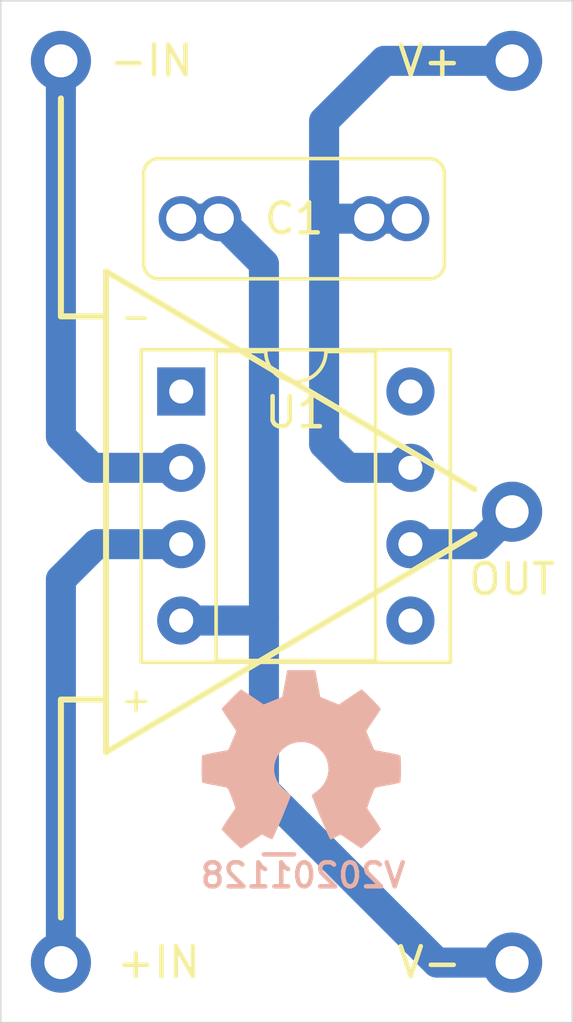
<source format=kicad_pcb>
(kicad_pcb (version 20171130) (host pcbnew 5.1.8-db9833491~87~ubuntu20.04.1)

  (general
    (thickness 1.6)
    (drawings 13)
    (tracks 27)
    (zones 0)
    (modules 9)
    (nets 9)
  )

  (page A4)
  (layers
    (0 F.Cu signal)
    (31 B.Cu signal)
    (32 B.Adhes user)
    (33 F.Adhes user)
    (34 B.Paste user)
    (35 F.Paste user)
    (36 B.SilkS user)
    (37 F.SilkS user)
    (38 B.Mask user)
    (39 F.Mask user)
    (40 Dwgs.User user)
    (41 Cmts.User user)
    (42 Eco1.User user)
    (43 Eco2.User user)
    (44 Edge.Cuts user)
    (45 Margin user)
    (46 B.CrtYd user)
    (47 F.CrtYd user)
    (48 B.Fab user)
    (49 F.Fab user)
  )

  (setup
    (last_trace_width 0.25)
    (user_trace_width 0.2)
    (user_trace_width 0.3)
    (user_trace_width 0.4)
    (user_trace_width 0.6)
    (user_trace_width 0.8)
    (user_trace_width 1)
    (user_trace_width 1.2)
    (user_trace_width 1.4)
    (user_trace_width 1.6)
    (user_trace_width 2)
    (trace_clearance 0.2)
    (zone_clearance 0.508)
    (zone_45_only no)
    (trace_min 0.1524)
    (via_size 0.8)
    (via_drill 0.4)
    (via_min_size 0.381)
    (via_min_drill 0.254)
    (user_via 0.4 0.254)
    (user_via 0.5 0.3)
    (user_via 0.6 0.4)
    (user_via 0.8 0.6)
    (user_via 1.1 0.8)
    (user_via 1.3 1)
    (user_via 1.5 1.2)
    (user_via 1.7 1.4)
    (user_via 1.9 1.6)
    (user_via 2.5 2)
    (uvia_size 0.3)
    (uvia_drill 0.1)
    (uvias_allowed no)
    (uvia_min_size 0.2)
    (uvia_min_drill 0.1)
    (edge_width 0.05)
    (segment_width 0.2)
    (pcb_text_width 0.3)
    (pcb_text_size 1.5 1.5)
    (mod_edge_width 0.2)
    (mod_text_size 0.8 0.8)
    (mod_text_width 0.12)
    (pad_size 1.524 1.524)
    (pad_drill 0.762)
    (pad_to_mask_clearance 0.0762)
    (solder_mask_min_width 0.1016)
    (pad_to_paste_clearance_ratio -0.1)
    (aux_axis_origin 0 0)
    (visible_elements FFFFFF7F)
    (pcbplotparams
      (layerselection 0x010fc_ffffffff)
      (usegerberextensions false)
      (usegerberattributes true)
      (usegerberadvancedattributes true)
      (creategerberjobfile true)
      (excludeedgelayer true)
      (linewidth 0.100000)
      (plotframeref false)
      (viasonmask false)
      (mode 1)
      (useauxorigin false)
      (hpglpennumber 1)
      (hpglpenspeed 20)
      (hpglpendiameter 15.000000)
      (psnegative false)
      (psa4output false)
      (plotreference true)
      (plotvalue true)
      (plotinvisibletext false)
      (padsonsilk false)
      (subtractmaskfromsilk false)
      (outputformat 1)
      (mirror false)
      (drillshape 1)
      (scaleselection 1)
      (outputdirectory ""))
  )

  (net 0 "")
  (net 1 "Net-(J1-Pad1)")
  (net 2 /V-)
  (net 3 "Net-(J3-Pad1)")
  (net 4 "Net-(J5-Pad1)")
  (net 5 /V+)
  (net 6 "Net-(U1-Pad8)")
  (net 7 "Net-(U1-Pad5)")
  (net 8 "Net-(U1-Pad1)")

  (net_class Default "This is the default net class."
    (clearance 0.2)
    (trace_width 0.25)
    (via_dia 0.8)
    (via_drill 0.4)
    (uvia_dia 0.3)
    (uvia_drill 0.1)
    (add_net /V+)
    (add_net /V-)
    (add_net "Net-(J1-Pad1)")
    (add_net "Net-(J3-Pad1)")
    (add_net "Net-(J5-Pad1)")
    (add_net "Net-(U1-Pad1)")
    (add_net "Net-(U1-Pad5)")
    (add_net "Net-(U1-Pad8)")
  )

  (module SquantorRcl:C-050_075-040X100 (layer F.Cu) (tedit 5FBEDBB2) (tstamp 5FC01940)
    (at 149.75 68.25)
    (descr "Through hole Film capacitor multipitch 5.0mm and 7.5mm size 4.0 by 10.0mm")
    (tags "Film capacitor multipitch")
    (path /5FC09FCB)
    (fp_text reference C1 (at 0 0) (layer F.SilkS)
      (effects (font (size 1 1) (thickness 0.15)))
    )
    (fp_text value 100n (at 0 0) (layer F.Fab)
      (effects (font (size 1 1) (thickness 0.15)))
    )
    (fp_line (start -4.5 2) (end 4.5 2) (layer F.SilkS) (width 0.12))
    (fp_line (start 5 1.5) (end 5 -1.5) (layer F.SilkS) (width 0.12))
    (fp_line (start 4.5 -2) (end -4.5 -2) (layer F.SilkS) (width 0.12))
    (fp_line (start -5 -1.5) (end -5 1.5) (layer F.SilkS) (width 0.12))
    (fp_line (start -5.5 -2.5) (end -5.5 2.5) (layer F.CrtYd) (width 0.025))
    (fp_line (start -5.5 2.5) (end 5.5 2.5) (layer F.CrtYd) (width 0.025))
    (fp_line (start 5.5 2.5) (end 5.5 -2.5) (layer F.CrtYd) (width 0.025))
    (fp_line (start 5.5 -2.5) (end -5.5 -2.5) (layer F.CrtYd) (width 0.025))
    (fp_arc (start -4.5 -1.5) (end -4.5 -2) (angle -90) (layer F.SilkS) (width 0.12))
    (fp_arc (start 4.5 -1.5) (end 5 -1.5) (angle -90) (layer F.SilkS) (width 0.12))
    (fp_arc (start 4.5 1.5) (end 4.5 2) (angle -90) (layer F.SilkS) (width 0.12))
    (fp_arc (start -4.5 1.5) (end -5 1.5) (angle -90) (layer F.SilkS) (width 0.12))
    (pad 2 thru_hole circle (at 3.75 0) (size 1.5 1.5) (drill 1) (layers *.Cu *.Mask)
      (net 5 /V+))
    (pad 2 thru_hole circle (at 2.5 0) (size 1.5 1.5) (drill 1) (layers *.Cu *.Mask)
      (net 5 /V+))
    (pad 1 thru_hole circle (at -3.75 0) (size 1.5 1.5) (drill 1) (layers *.Cu *.Mask)
      (net 2 /V-))
    (pad 1 thru_hole circle (at -2.5 0) (size 1.5 1.5) (drill 1) (layers *.Cu *.Mask)
      (net 2 /V-))
    (model ${KISYS3DMOD}/Capacitor_THT.3dshapes/C_Rect_L10.0mm_W4.0mm_P7.50mm_FKS3_FKP3.step
      (offset (xyz -3.75 0 0))
      (scale (xyz 1 1 1))
      (rotate (xyz 0 0 0))
    )
    (model ${KISYS3DMOD}/Capacitor_THT.3dshapes/C_Rect_L7.2mm_W3.5mm_P5.00mm_FKS2_FKP2_MKS2_MKP2.step
      (offset (xyz -2.5 0 0))
      (scale (xyz 1 1 1))
      (rotate (xyz 0 0 0))
    )
  )

  (module Package_DIP:DIP-8_W7.62mm_Socket (layer F.Cu) (tedit 5A02E8C5) (tstamp 5FC0198E)
    (at 146 74)
    (descr "8-lead though-hole mounted DIP package, row spacing 7.62 mm (300 mils), Socket")
    (tags "THT DIP DIL PDIP 2.54mm 7.62mm 300mil Socket")
    (path /5FC03548)
    (fp_text reference U1 (at 3.8 0.7) (layer F.SilkS)
      (effects (font (size 1 1) (thickness 0.15)))
    )
    (fp_text value opamp_single_8pin (at 3.81 3.7) (layer F.Fab)
      (effects (font (size 1 1) (thickness 0.15)))
    )
    (fp_line (start 9.15 -1.6) (end -1.55 -1.6) (layer F.CrtYd) (width 0.05))
    (fp_line (start 9.15 9.2) (end 9.15 -1.6) (layer F.CrtYd) (width 0.05))
    (fp_line (start -1.55 9.2) (end 9.15 9.2) (layer F.CrtYd) (width 0.05))
    (fp_line (start -1.55 -1.6) (end -1.55 9.2) (layer F.CrtYd) (width 0.05))
    (fp_line (start 8.95 -1.39) (end -1.33 -1.39) (layer F.SilkS) (width 0.12))
    (fp_line (start 8.95 9.01) (end 8.95 -1.39) (layer F.SilkS) (width 0.12))
    (fp_line (start -1.33 9.01) (end 8.95 9.01) (layer F.SilkS) (width 0.12))
    (fp_line (start -1.33 -1.39) (end -1.33 9.01) (layer F.SilkS) (width 0.12))
    (fp_line (start 6.46 -1.33) (end 4.81 -1.33) (layer F.SilkS) (width 0.12))
    (fp_line (start 6.46 8.95) (end 6.46 -1.33) (layer F.SilkS) (width 0.12))
    (fp_line (start 1.16 8.95) (end 6.46 8.95) (layer F.SilkS) (width 0.12))
    (fp_line (start 1.16 -1.33) (end 1.16 8.95) (layer F.SilkS) (width 0.12))
    (fp_line (start 2.81 -1.33) (end 1.16 -1.33) (layer F.SilkS) (width 0.12))
    (fp_line (start 8.89 -1.33) (end -1.27 -1.33) (layer F.Fab) (width 0.1))
    (fp_line (start 8.89 8.95) (end 8.89 -1.33) (layer F.Fab) (width 0.1))
    (fp_line (start -1.27 8.95) (end 8.89 8.95) (layer F.Fab) (width 0.1))
    (fp_line (start -1.27 -1.33) (end -1.27 8.95) (layer F.Fab) (width 0.1))
    (fp_line (start 0.635 -0.27) (end 1.635 -1.27) (layer F.Fab) (width 0.1))
    (fp_line (start 0.635 8.89) (end 0.635 -0.27) (layer F.Fab) (width 0.1))
    (fp_line (start 6.985 8.89) (end 0.635 8.89) (layer F.Fab) (width 0.1))
    (fp_line (start 6.985 -1.27) (end 6.985 8.89) (layer F.Fab) (width 0.1))
    (fp_line (start 1.635 -1.27) (end 6.985 -1.27) (layer F.Fab) (width 0.1))
    (fp_text user %R (at 3.81 3.81) (layer F.Fab)
      (effects (font (size 1 1) (thickness 0.15)))
    )
    (fp_arc (start 3.81 -1.33) (end 2.81 -1.33) (angle -180) (layer F.SilkS) (width 0.12))
    (pad 8 thru_hole oval (at 7.62 0) (size 1.6 1.6) (drill 0.8) (layers *.Cu *.Mask)
      (net 6 "Net-(U1-Pad8)"))
    (pad 4 thru_hole oval (at 0 7.62) (size 1.6 1.6) (drill 0.8) (layers *.Cu *.Mask)
      (net 2 /V-))
    (pad 7 thru_hole oval (at 7.62 2.54) (size 1.6 1.6) (drill 0.8) (layers *.Cu *.Mask)
      (net 5 /V+))
    (pad 3 thru_hole oval (at 0 5.08) (size 1.6 1.6) (drill 0.8) (layers *.Cu *.Mask)
      (net 3 "Net-(J3-Pad1)"))
    (pad 6 thru_hole oval (at 7.62 5.08) (size 1.6 1.6) (drill 0.8) (layers *.Cu *.Mask)
      (net 4 "Net-(J5-Pad1)"))
    (pad 2 thru_hole oval (at 0 2.54) (size 1.6 1.6) (drill 0.8) (layers *.Cu *.Mask)
      (net 1 "Net-(J1-Pad1)"))
    (pad 5 thru_hole oval (at 7.62 7.62) (size 1.6 1.6) (drill 0.8) (layers *.Cu *.Mask)
      (net 7 "Net-(U1-Pad5)"))
    (pad 1 thru_hole rect (at 0 0) (size 1.6 1.6) (drill 0.8) (layers *.Cu *.Mask)
      (net 8 "Net-(U1-Pad1)"))
    (model ${KISYS3DMOD}/Package_DIP.3dshapes/DIP-8_W7.62mm_Socket.wrl
      (at (xyz 0 0 0))
      (scale (xyz 1 1 1))
      (rotate (xyz 0 0 0))
    )
  )

  (module mill-max:PC_pin_nail_head_6092 locked (layer F.Cu) (tedit 5FB583BD) (tstamp 5FB6EAD7)
    (at 157 63)
    (path /5FB6F255)
    (fp_text reference J6 (at -3 0) (layer F.Fab)
      (effects (font (size 1 1) (thickness 0.15)))
    )
    (fp_text value V+ (at -2.75 0) (layer F.SilkS)
      (effects (font (size 1 1) (thickness 0.15)))
    )
    (fp_circle (center 0 0) (end 1.3 0) (layer B.CrtYd) (width 0.025))
    (fp_circle (center 0 0) (end 1.3 0) (layer F.CrtYd) (width 0.025))
    (pad 1 thru_hole circle (at 0 0) (size 2 2) (drill 1.1) (layers *.Cu *.Mask)
      (net 5 /V+))
  )

  (module mill-max:PC_pin_nail_head_6092 locked (layer F.Cu) (tedit 5FB583BD) (tstamp 5FB6EAD0)
    (at 157 78)
    (path /5FB6ECA4)
    (fp_text reference J5 (at 0 2.25) (layer F.Fab)
      (effects (font (size 1 1) (thickness 0.15)))
    )
    (fp_text value OUT (at 0 2.25) (layer F.SilkS)
      (effects (font (size 1 1) (thickness 0.15)))
    )
    (fp_circle (center 0 0) (end 1.3 0) (layer B.CrtYd) (width 0.025))
    (fp_circle (center 0 0) (end 1.3 0) (layer F.CrtYd) (width 0.025))
    (pad 1 thru_hole circle (at 0 0) (size 2 2) (drill 1.1) (layers *.Cu *.Mask)
      (net 4 "Net-(J5-Pad1)"))
  )

  (module mill-max:PC_pin_nail_head_6092 locked (layer F.Cu) (tedit 5FB583BD) (tstamp 5FB6EB0F)
    (at 157 93)
    (path /5FB5975F)
    (fp_text reference J4 (at -2.75 0) (layer F.Fab)
      (effects (font (size 1 1) (thickness 0.15)))
    )
    (fp_text value V- (at -2.75 0) (layer F.SilkS)
      (effects (font (size 1 1) (thickness 0.15)))
    )
    (fp_circle (center 0 0) (end 1.3 0) (layer F.CrtYd) (width 0.025))
    (fp_circle (center 0 0) (end 1.3 0) (layer B.CrtYd) (width 0.025))
    (pad 1 thru_hole circle (at 0 0) (size 2 2) (drill 1.1) (layers *.Cu *.Mask)
      (net 2 /V-))
  )

  (module mill-max:PC_pin_nail_head_6092 locked (layer F.Cu) (tedit 5FB583BD) (tstamp 5FB5E4C2)
    (at 142 93)
    (path /5FB592C5)
    (fp_text reference J3 (at 3.25 0) (layer F.Fab)
      (effects (font (size 1 1) (thickness 0.15)))
    )
    (fp_text value +IN (at 3.25 0) (layer F.SilkS)
      (effects (font (size 1 1) (thickness 0.15)))
    )
    (fp_circle (center 0 0) (end 1.3 0) (layer F.CrtYd) (width 0.025))
    (fp_circle (center 0 0) (end 1.3 0) (layer B.CrtYd) (width 0.025))
    (pad 1 thru_hole circle (at 0 0) (size 2 2) (drill 1.1) (layers *.Cu *.Mask)
      (net 3 "Net-(J3-Pad1)"))
  )

  (module mill-max:PC_pin_nail_head_6092 locked (layer F.Cu) (tedit 5FB583BD) (tstamp 5FB5E4B4)
    (at 142 63)
    (path /5FB58B49)
    (fp_text reference J1 (at 3 0) (layer F.Fab)
      (effects (font (size 1 1) (thickness 0.15)))
    )
    (fp_text value -IN (at 3 0) (layer F.SilkS)
      (effects (font (size 1 1) (thickness 0.15)))
    )
    (fp_circle (center 0 0) (end 1.3 0) (layer F.CrtYd) (width 0.025))
    (fp_circle (center 0 0) (end 1.3 0) (layer B.CrtYd) (width 0.025))
    (pad 1 thru_hole circle (at 0 0) (size 2 2) (drill 1.1) (layers *.Cu *.Mask)
      (net 1 "Net-(J1-Pad1)"))
  )

  (module Symbol:OSHW-Symbol_6.7x6mm_SilkScreen (layer B.Cu) (tedit 0) (tstamp 5EE12086)
    (at 150 86.25 180)
    (descr "Open Source Hardware Symbol")
    (tags "Logo Symbol OSHW")
    (path /5EE13678)
    (attr virtual)
    (fp_text reference N2 (at 0 0) (layer B.SilkS) hide
      (effects (font (size 1 1) (thickness 0.15)) (justify mirror))
    )
    (fp_text value OHWLOGO (at 0.75 0) (layer B.Fab) hide
      (effects (font (size 1 1) (thickness 0.15)) (justify mirror))
    )
    (fp_poly (pts (xy 0.555814 2.531069) (xy 0.639635 2.086445) (xy 0.94892 1.958947) (xy 1.258206 1.831449)
      (xy 1.629246 2.083754) (xy 1.733157 2.154004) (xy 1.827087 2.216728) (xy 1.906652 2.269062)
      (xy 1.96747 2.308143) (xy 2.005157 2.331107) (xy 2.015421 2.336058) (xy 2.03391 2.323324)
      (xy 2.07342 2.288118) (xy 2.129522 2.234938) (xy 2.197787 2.168282) (xy 2.273786 2.092646)
      (xy 2.353092 2.012528) (xy 2.431275 1.932426) (xy 2.503907 1.856836) (xy 2.566559 1.790255)
      (xy 2.614803 1.737182) (xy 2.64421 1.702113) (xy 2.651241 1.690377) (xy 2.641123 1.66874)
      (xy 2.612759 1.621338) (xy 2.569129 1.552807) (xy 2.513218 1.467785) (xy 2.448006 1.370907)
      (xy 2.410219 1.31565) (xy 2.341343 1.214752) (xy 2.28014 1.123701) (xy 2.229578 1.04703)
      (xy 2.192628 0.989272) (xy 2.172258 0.954957) (xy 2.169197 0.947746) (xy 2.176136 0.927252)
      (xy 2.195051 0.879487) (xy 2.223087 0.811168) (xy 2.257391 0.729011) (xy 2.295109 0.63973)
      (xy 2.333387 0.550042) (xy 2.36937 0.466662) (xy 2.400206 0.396306) (xy 2.423039 0.34569)
      (xy 2.435017 0.321529) (xy 2.435724 0.320578) (xy 2.454531 0.315964) (xy 2.504618 0.305672)
      (xy 2.580793 0.290713) (xy 2.677865 0.272099) (xy 2.790643 0.250841) (xy 2.856442 0.238582)
      (xy 2.97695 0.215638) (xy 3.085797 0.193805) (xy 3.177476 0.174278) (xy 3.246481 0.158252)
      (xy 3.287304 0.146921) (xy 3.295511 0.143326) (xy 3.303548 0.118994) (xy 3.310033 0.064041)
      (xy 3.31497 -0.015108) (xy 3.318364 -0.112026) (xy 3.320218 -0.220287) (xy 3.320538 -0.333465)
      (xy 3.319327 -0.445135) (xy 3.31659 -0.548868) (xy 3.312331 -0.638241) (xy 3.306555 -0.706826)
      (xy 3.299267 -0.748197) (xy 3.294895 -0.75681) (xy 3.268764 -0.767133) (xy 3.213393 -0.781892)
      (xy 3.136107 -0.799352) (xy 3.04423 -0.81778) (xy 3.012158 -0.823741) (xy 2.857524 -0.852066)
      (xy 2.735375 -0.874876) (xy 2.641673 -0.89308) (xy 2.572384 -0.907583) (xy 2.523471 -0.919292)
      (xy 2.490897 -0.929115) (xy 2.470628 -0.937956) (xy 2.458626 -0.946724) (xy 2.456947 -0.948457)
      (xy 2.440184 -0.976371) (xy 2.414614 -1.030695) (xy 2.382788 -1.104777) (xy 2.34726 -1.191965)
      (xy 2.310583 -1.285608) (xy 2.275311 -1.379052) (xy 2.243996 -1.465647) (xy 2.219193 -1.53874)
      (xy 2.203454 -1.591678) (xy 2.199332 -1.617811) (xy 2.199676 -1.618726) (xy 2.213641 -1.640086)
      (xy 2.245322 -1.687084) (xy 2.291391 -1.754827) (xy 2.348518 -1.838423) (xy 2.413373 -1.932982)
      (xy 2.431843 -1.959854) (xy 2.497699 -2.057275) (xy 2.55565 -2.146163) (xy 2.602538 -2.221412)
      (xy 2.635207 -2.27792) (xy 2.6505 -2.310581) (xy 2.651241 -2.314593) (xy 2.638392 -2.335684)
      (xy 2.602888 -2.377464) (xy 2.549293 -2.435445) (xy 2.482171 -2.505135) (xy 2.406087 -2.582045)
      (xy 2.325604 -2.661683) (xy 2.245287 -2.739561) (xy 2.169699 -2.811186) (xy 2.103405 -2.87207)
      (xy 2.050969 -2.917721) (xy 2.016955 -2.94365) (xy 2.007545 -2.947883) (xy 1.985643 -2.937912)
      (xy 1.9408 -2.91102) (xy 1.880321 -2.871736) (xy 1.833789 -2.840117) (xy 1.749475 -2.782098)
      (xy 1.649626 -2.713784) (xy 1.549473 -2.645579) (xy 1.495627 -2.609075) (xy 1.313371 -2.4858)
      (xy 1.160381 -2.56852) (xy 1.090682 -2.604759) (xy 1.031414 -2.632926) (xy 0.991311 -2.648991)
      (xy 0.981103 -2.651226) (xy 0.968829 -2.634722) (xy 0.944613 -2.588082) (xy 0.910263 -2.515609)
      (xy 0.867588 -2.421606) (xy 0.818394 -2.310374) (xy 0.76449 -2.186215) (xy 0.707684 -2.053432)
      (xy 0.649782 -1.916327) (xy 0.592593 -1.779202) (xy 0.537924 -1.646358) (xy 0.487584 -1.522098)
      (xy 0.44338 -1.410725) (xy 0.407119 -1.316539) (xy 0.380609 -1.243844) (xy 0.365658 -1.196941)
      (xy 0.363254 -1.180833) (xy 0.382311 -1.160286) (xy 0.424036 -1.126933) (xy 0.479706 -1.087702)
      (xy 0.484378 -1.084599) (xy 0.628264 -0.969423) (xy 0.744283 -0.835053) (xy 0.83143 -0.685784)
      (xy 0.888699 -0.525913) (xy 0.915086 -0.359737) (xy 0.909585 -0.191552) (xy 0.87119 -0.025655)
      (xy 0.798895 0.133658) (xy 0.777626 0.168513) (xy 0.666996 0.309263) (xy 0.536302 0.422286)
      (xy 0.390064 0.506997) (xy 0.232808 0.562806) (xy 0.069057 0.589126) (xy -0.096667 0.58537)
      (xy -0.259838 0.55095) (xy -0.415935 0.485277) (xy -0.560433 0.387765) (xy -0.605131 0.348187)
      (xy -0.718888 0.224297) (xy -0.801782 0.093876) (xy -0.858644 -0.052315) (xy -0.890313 -0.197088)
      (xy -0.898131 -0.35986) (xy -0.872062 -0.52344) (xy -0.814755 -0.682298) (xy -0.728856 -0.830906)
      (xy -0.617014 -0.963735) (xy -0.481877 -1.075256) (xy -0.464117 -1.087011) (xy -0.40785 -1.125508)
      (xy -0.365077 -1.158863) (xy -0.344628 -1.18016) (xy -0.344331 -1.180833) (xy -0.348721 -1.203871)
      (xy -0.366124 -1.256157) (xy -0.394732 -1.33339) (xy -0.432735 -1.431268) (xy -0.478326 -1.545491)
      (xy -0.529697 -1.671758) (xy -0.585038 -1.805767) (xy -0.642542 -1.943218) (xy -0.700399 -2.079808)
      (xy -0.756802 -2.211237) (xy -0.809942 -2.333205) (xy -0.85801 -2.441409) (xy -0.899199 -2.531549)
      (xy -0.931699 -2.599323) (xy -0.953703 -2.64043) (xy -0.962564 -2.651226) (xy -0.98964 -2.642819)
      (xy -1.040303 -2.620272) (xy -1.105817 -2.587613) (xy -1.141841 -2.56852) (xy -1.294832 -2.4858)
      (xy -1.477088 -2.609075) (xy -1.570125 -2.672228) (xy -1.671985 -2.741727) (xy -1.767438 -2.807165)
      (xy -1.81525 -2.840117) (xy -1.882495 -2.885273) (xy -1.939436 -2.921057) (xy -1.978646 -2.942938)
      (xy -1.991381 -2.947563) (xy -2.009917 -2.935085) (xy -2.050941 -2.900252) (xy -2.110475 -2.846678)
      (xy -2.184542 -2.777983) (xy -2.269165 -2.697781) (xy -2.322685 -2.646286) (xy -2.416319 -2.554286)
      (xy -2.497241 -2.471999) (xy -2.562177 -2.402945) (xy -2.607858 -2.350644) (xy -2.631011 -2.318616)
      (xy -2.633232 -2.312116) (xy -2.622924 -2.287394) (xy -2.594439 -2.237405) (xy -2.550937 -2.167212)
      (xy -2.495577 -2.081875) (xy -2.43152 -1.986456) (xy -2.413303 -1.959854) (xy -2.346927 -1.863167)
      (xy -2.287378 -1.776117) (xy -2.237984 -1.703595) (xy -2.202075 -1.650493) (xy -2.182981 -1.621703)
      (xy -2.181136 -1.618726) (xy -2.183895 -1.595782) (xy -2.198538 -1.545336) (xy -2.222513 -1.474041)
      (xy -2.253266 -1.388547) (xy -2.288244 -1.295507) (xy -2.324893 -1.201574) (xy -2.360661 -1.113399)
      (xy -2.392994 -1.037634) (xy -2.419338 -0.980931) (xy -2.437142 -0.949943) (xy -2.438407 -0.948457)
      (xy -2.449294 -0.939601) (xy -2.467682 -0.930843) (xy -2.497606 -0.921277) (xy -2.543103 -0.909996)
      (xy -2.608209 -0.896093) (xy -2.696961 -0.878663) (xy -2.813393 -0.856798) (xy -2.961542 -0.829591)
      (xy -2.993618 -0.823741) (xy -3.088686 -0.805374) (xy -3.171565 -0.787405) (xy -3.23493 -0.771569)
      (xy -3.271458 -0.7596) (xy -3.276356 -0.75681) (xy -3.284427 -0.732072) (xy -3.290987 -0.67679)
      (xy -3.296033 -0.597389) (xy -3.299559 -0.500296) (xy -3.301561 -0.391938) (xy -3.302036 -0.27874)
      (xy -3.300977 -0.167128) (xy -3.298382 -0.063529) (xy -3.294246 0.025632) (xy -3.288563 0.093928)
      (xy -3.281331 0.134934) (xy -3.276971 0.143326) (xy -3.252698 0.151792) (xy -3.197426 0.165565)
      (xy -3.116662 0.18345) (xy -3.015912 0.204252) (xy -2.900683 0.226777) (xy -2.837902 0.238582)
      (xy -2.718787 0.260849) (xy -2.612565 0.281021) (xy -2.524427 0.298085) (xy -2.459566 0.311031)
      (xy -2.423174 0.318845) (xy -2.417184 0.320578) (xy -2.407061 0.34011) (xy -2.385662 0.387157)
      (xy -2.355839 0.454997) (xy -2.320445 0.536909) (xy -2.282332 0.626172) (xy -2.244353 0.716065)
      (xy -2.20936 0.799865) (xy -2.180206 0.870853) (xy -2.159743 0.922306) (xy -2.150823 0.947503)
      (xy -2.150657 0.948604) (xy -2.160769 0.968481) (xy -2.189117 1.014223) (xy -2.232723 1.081283)
      (xy -2.288606 1.165116) (xy -2.353787 1.261174) (xy -2.391679 1.31635) (xy -2.460725 1.417519)
      (xy -2.52205 1.50937) (xy -2.572663 1.587256) (xy -2.609571 1.646531) (xy -2.629782 1.682549)
      (xy -2.632701 1.690623) (xy -2.620153 1.709416) (xy -2.585463 1.749543) (xy -2.533063 1.806507)
      (xy -2.467384 1.875815) (xy -2.392856 1.952969) (xy -2.313913 2.033475) (xy -2.234983 2.112837)
      (xy -2.1605 2.18656) (xy -2.094894 2.250148) (xy -2.042596 2.299106) (xy -2.008039 2.328939)
      (xy -1.996478 2.336058) (xy -1.977654 2.326047) (xy -1.932631 2.297922) (xy -1.865787 2.254546)
      (xy -1.781499 2.198782) (xy -1.684144 2.133494) (xy -1.610707 2.083754) (xy -1.239667 1.831449)
      (xy -0.621095 2.086445) (xy -0.537275 2.531069) (xy -0.453454 2.975693) (xy 0.471994 2.975693)
      (xy 0.555814 2.531069)) (layer B.SilkS) (width 0.01))
  )

  (module SquantorLabels:Label_Generic (layer B.Cu) (tedit 5D8A7D4C) (tstamp 5FB6ED34)
    (at 149.25 90)
    (descr "Label for general purpose use")
    (tags Label)
    (path /5EE12BF3)
    (attr smd)
    (fp_text reference N1 (at 0 -1.85) (layer B.Fab) hide
      (effects (font (size 1 1) (thickness 0.15)) (justify mirror))
    )
    (fp_text value V20201128 (at 0.8 0.1) (layer B.SilkS)
      (effects (font (size 0.8 0.8) (thickness 0.15)) (justify mirror))
    )
    (fp_line (start -0.5 -0.6) (end 0.5 -0.6) (layer B.SilkS) (width 0.15))
  )

  (gr_line (start 142 84.25) (end 142 91.5) (layer F.SilkS) (width 0.2))
  (gr_line (start 143.5 84.25) (end 142 84.25) (layer F.SilkS) (width 0.2))
  (gr_line (start 142 71.5) (end 142 64.25) (layer F.SilkS) (width 0.2))
  (gr_line (start 143.5 71.5) (end 142 71.5) (layer F.SilkS) (width 0.2))
  (gr_line (start 143.5 70) (end 155.75 77.25) (layer F.SilkS) (width 0.2))
  (gr_text + (at 144.5 84.25) (layer F.SilkS)
    (effects (font (size 0.8 0.8) (thickness 0.12)))
  )
  (gr_text - (at 144.5 71.5) (layer F.SilkS)
    (effects (font (size 0.8 0.8) (thickness 0.12)))
  )
  (gr_line (start 143.5 86) (end 155.75 78.75) (layer F.SilkS) (width 0.2))
  (gr_line (start 143.5 70) (end 143.5 86) (layer F.SilkS) (width 0.2))
  (gr_line (start 159 61) (end 140 61) (layer Edge.Cuts) (width 0.05) (tstamp 5FB5E506))
  (gr_line (start 159 61) (end 159 95) (layer Edge.Cuts) (width 0.05) (tstamp 5FB5E4FA))
  (gr_line (start 140 95) (end 159 95) (layer Edge.Cuts) (width 0.05) (tstamp 5FB5E4F5))
  (gr_line (start 140 95) (end 140 61) (layer Edge.Cuts) (width 0.05))

  (segment (start 146 76.54) (end 143.04 76.54) (width 1) (layer B.Cu) (net 1))
  (segment (start 142 75.5) (end 142 63) (width 1) (layer B.Cu) (net 1))
  (segment (start 143.04 76.54) (end 142 75.5) (width 1) (layer B.Cu) (net 1))
  (segment (start 148.63 81.62) (end 148.75 81.5) (width 1) (layer B.Cu) (net 2))
  (segment (start 146 81.62) (end 148.63 81.62) (width 1) (layer B.Cu) (net 2))
  (segment (start 148.75 87.25) (end 148.75 81.5) (width 1) (layer B.Cu) (net 2))
  (segment (start 154.5 93) (end 148.75 87.25) (width 1) (layer B.Cu) (net 2))
  (segment (start 157 93) (end 154.5 93) (width 1) (layer B.Cu) (net 2))
  (segment (start 146 68.25) (end 147.25 68.25) (width 1) (layer B.Cu) (net 2))
  (segment (start 148.75 69.75) (end 147.25 68.25) (width 1) (layer B.Cu) (net 2))
  (segment (start 148.75 81.5) (end 148.75 69.75) (width 1) (layer B.Cu) (net 2))
  (segment (start 146 79.08) (end 143.17 79.08) (width 1) (layer B.Cu) (net 3))
  (segment (start 142 80.25) (end 142 93) (width 1) (layer B.Cu) (net 3))
  (segment (start 143.17 79.08) (end 142 80.25) (width 1) (layer B.Cu) (net 3))
  (segment (start 155.92 79.08) (end 157 78) (width 1) (layer B.Cu) (net 4))
  (segment (start 153.62 79.08) (end 155.92 79.08) (width 1) (layer B.Cu) (net 4))
  (segment (start 151.54 76.54) (end 153.62 76.54) (width 1) (layer B.Cu) (net 5))
  (segment (start 150.75 75.75) (end 151.54 76.54) (width 1) (layer B.Cu) (net 5))
  (segment (start 150.75 68.75) (end 150.75 75.75) (width 1) (layer B.Cu) (net 5))
  (segment (start 152.75 63) (end 150.75 65) (width 1) (layer B.Cu) (net 5))
  (segment (start 157 63) (end 152.75 63) (width 1) (layer B.Cu) (net 5))
  (segment (start 150.75 65) (end 150.75 66.95) (width 1) (layer B.Cu) (net 5))
  (segment (start 153.5 68.25) (end 152.25 68.25) (width 1) (layer B.Cu) (net 5))
  (segment (start 151 68.25) (end 150.75 68) (width 1) (layer B.Cu) (net 5))
  (segment (start 152.25 68.25) (end 151 68.25) (width 1) (layer B.Cu) (net 5))
  (segment (start 150.75 68) (end 150.75 68.75) (width 1) (layer B.Cu) (net 5))
  (segment (start 150.75 66.95) (end 150.75 68) (width 1) (layer B.Cu) (net 5))

)

</source>
